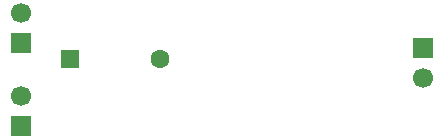
<source format=gbs>
%TF.GenerationSoftware,KiCad,Pcbnew,9.0.1*%
%TF.CreationDate,2025-08-14T16:00:01+05:30*%
%TF.ProjectId,TinySolarSupply,54696e79-536f-46c6-9172-537570706c79,rev?*%
%TF.SameCoordinates,Original*%
%TF.FileFunction,Soldermask,Bot*%
%TF.FilePolarity,Negative*%
%FSLAX46Y46*%
G04 Gerber Fmt 4.6, Leading zero omitted, Abs format (unit mm)*
G04 Created by KiCad (PCBNEW 9.0.1) date 2025-08-14 16:00:01*
%MOMM*%
%LPD*%
G01*
G04 APERTURE LIST*
G04 Aperture macros list*
%AMRoundRect*
0 Rectangle with rounded corners*
0 $1 Rounding radius*
0 $2 $3 $4 $5 $6 $7 $8 $9 X,Y pos of 4 corners*
0 Add a 4 corners polygon primitive as box body*
4,1,4,$2,$3,$4,$5,$6,$7,$8,$9,$2,$3,0*
0 Add four circle primitives for the rounded corners*
1,1,$1+$1,$2,$3*
1,1,$1+$1,$4,$5*
1,1,$1+$1,$6,$7*
1,1,$1+$1,$8,$9*
0 Add four rect primitives between the rounded corners*
20,1,$1+$1,$2,$3,$4,$5,0*
20,1,$1+$1,$4,$5,$6,$7,0*
20,1,$1+$1,$6,$7,$8,$9,0*
20,1,$1+$1,$8,$9,$2,$3,0*%
G04 Aperture macros list end*
%ADD10R,1.700000X1.700000*%
%ADD11C,1.700000*%
%ADD12RoundRect,0.250000X-0.550000X-0.550000X0.550000X-0.550000X0.550000X0.550000X-0.550000X0.550000X0*%
%ADD13C,1.600000*%
G04 APERTURE END LIST*
D10*
%TO.C,J2*%
X101489200Y-112704800D03*
D11*
X101489200Y-110164800D03*
%TD*%
D10*
%TO.C,J1*%
X135543600Y-106167000D03*
D11*
X135543600Y-108707000D03*
%TD*%
D10*
%TO.C,J4*%
X101514600Y-105745200D03*
D11*
X101514600Y-103205200D03*
%TD*%
D12*
%TO.C,J3*%
X105706500Y-107022700D03*
D13*
X113326500Y-107022700D03*
%TD*%
M02*

</source>
